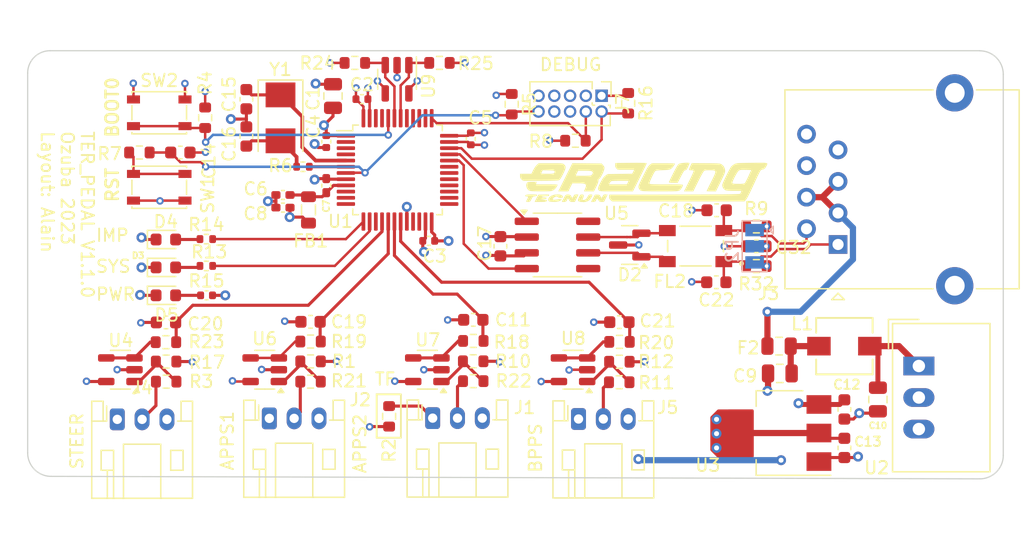
<source format=kicad_pcb>
(kicad_pcb (version 20240108) (generator "pcbnew") (generator_version "8.0")
  (layers (0 "F.Cu" signal) (1 "In1.Cu" power "GND") (2 "In2.Cu" power "PWR") (31 "B.Cu" signal) (34 "B.Paste" user) (35 "F.Paste" user) (36 "B.SilkS" user "B.Silkscreen") (37 "F.SilkS" user "F.Silkscreen") (38 "B.Mask" user) (39 "F.Mask" user) (44 "Edge.Cuts" user))
  (net 0 "")
  (net 1 "+3.3V")
  (net 2 "GND")
  (net 3 "+3.3VADC")
  (net 4 "+5V")
  (net 5 "/MICRO/NRST")
  (net 6 "/MICRO/OSC_IN")
  (net 7 "Net-(C16-Pad1)")
  (net 8 "/MICRO/STEER_ADC")
  (net 9 "/CAN/CAN+")
  (net 10 "/CAN/CAN-")
  (net 11 "Net-(D3-A)")
  (net 12 "Net-(D4-A)")
  (net 13 "Net-(D5-A)")
  (net 14 "+24V")
  (net 15 "/MICRO/SWDIO")
  (net 16 "/MICRO/SWCLK")
  (net 17 "/SENSORS/SENS_1")
  (net 18 "/SENSORS/SENS_2")
  (net 19 "/SENSORS/Brake")
  (net 20 "Net-(U8-+)")
  (net 21 "/MICRO/BOOT0")
  (net 22 "/MICRO/OSC_OUT")
  (net 23 "/MICRO/APPS_2_ADC")
  (net 24 "/MICRO/BPPS_ADC")
  (net 25 "Net-(JP2-C)")
  (net 26 "/IMP_LED")
  (net 33 "/CAN/can-")
  (net 35 "/EEPROM/SDA")
  (net 36 "/EEPROM/SCL")
  (net 44 "/CAN/CAN_RX")
  (net 45 "/CAN/CAN_TX")
  (net 52 "Net-(SW1-B)")
  (net 55 "Net-(C9-Pad1)")
  (net 56 "Net-(U2-Vin)")
  (net 59 "/MICRO/SWO")
  (net 60 "Net-(JP2-B)")
  (net 61 "Net-(JP2-A)")
  (net 62 "/CAN/can+")
  (net 63 "Net-(J1-Pin_1)")
  (net 64 "/SYS")
  (net 65 "/MICRO/APPS_1_ADC")
  (net 68 "Net-(U4--)")
  (net 69 "Net-(U7--)")
  (net 70 "Net-(U6--)")
  (net 71 "Net-(U8--)")
  (net 72 "Net-(J4-Pin_2)")
  (net 73 "Net-(U6-+)")
  (net 74 "Net-(U4-+)")
  (net 75 "Net-(U7-+)")
  (footprint "Resistor_SMD:R_0603_1608Metric" (layer "F.Cu") (at 147.2925 101.22 180)
    (property "Reference" "R10")
    (property "Value" "9.1k")
  )
  (footprint "LED_SMD:LED_0603_1608Metric" (layer "F.Cu") (at 122.5325 93.658)
    (property "Reference" "D3")
    (property "Value" "SYS")
  )
  (footprint "LED_SMD:LED_0603_1608Metric" (layer "F.Cu") (at 122.5325 95.908)
    (property "Reference" "D5")
    (property "Value" "PWR")
  )
  (footprint "Capacitor_SMD:C_0402_1005Metric" (layer "F.Cu") (at 138.33 80.1)
    (property "Reference" "C2")
    (property "Value" "100n")
  )
  (footprint "Capacitor_SMD:C_0603_1608Metric" (layer "F.Cu") (at 177.2 105.1 -90)
    (property "Reference" "C12")
    (property "Value" "10u")
  )
  (footprint "Resistor_SMD:R_0603_1608Metric" (layer "F.Cu") (at 159.06 102.9075)
    (property "Reference" "R11")
    (property "Value" "4.7k")
  )
  (footprint "Resistor_SMD:R_0402_1005Metric" (layer "F.Cu") (at 125.7925 93.5355)
    (property "Reference" "R13")
    (property "Value" "120R")
  )
  (footprint "Resistor_SMD:R_0603_1608Metric" (layer "F.Cu") (at 155.53 83.45 180)
    (property "Reference" "R8")
    (property "Value" "100k")
  )
  (footprint "Resistor_SMD:R_0603_1608Metric" (layer "F.Cu") (at 122.54 99.68)
    (property "Reference" "R23")
    (property "Value" "100")
  )
  (footprint "Capacitor_SMD:C_0402_1005Metric_Pad0.74x0.62mm_HandSolder" (layer "F.Cu") (at 131.9675 87.822 180)
    (property "Reference" "C6")
    (property "Value" "10n")
  )
  (footprint "Connector_PinHeader_1.27mm:PinHeader_2x05_P1.27mm_Vertical" (layer "F.Cu") (at 157.64 79.83 -90)
    (property "Reference" "J7")
    (property "Value" "DEBUG")
  )
  (footprint "MountingHole:MountingHole_2.2mm_M2" (layer "F.Cu") (at 165.6 99.2)
    (property "Reference" "H3" (hide yes))
    (property "Value" "MountingHole")
  )
  (footprint "Package_TO_SOT_SMD:SOT-223-3_TabPin2" (layer "F.Cu") (at 172 107 180)
    (property "Reference" "U3")
    (property "Value" "LM1117MP-3.3")
  )
  (footprint "Capacitor_SMD:C_0805_2012Metric" (layer "F.Cu") (at 172 102.2 180)
    (property "Reference" "C9")
    (property "Value" "10 µF")
  )
  (footprint "Package_SO:SOIC-8_3.9x4.9mm_P1.27mm" (layer "F.Cu") (at 154.085 91.8475)
    (property "Reference" "U5")
    (property "Value" "TCAN332")
  )
  (footprint "MountingHole:MountingHole_2.2mm_M2" (layer "F.Cu") (at 165.6 79.4)
    (property "Reference" "H4" (hide yes))
    (property "Value" "MountingHole")
  )
  (footprint "Resistor_SMD:R_0603_1608Metric" (layer "F.Cu") (at 147.3025 99.58)
    (property "Reference" "R18")
    (property "Value" "100")
  )
  (footprint "Resistor_SMD:R_0603_1608Metric" (layer "F.Cu") (at 170.11 90.3525)
    (property "Reference" "R9")
    (property "Value" "120R")
  )
  (footprint "Capacitor_SMD:C_0603_1608Metric" (layer "F.Cu") (at 129.02 80.108 90)
    (property "Reference" "C15")
    (property "Value" "10p")
  )
  (footprint "Resistor_SMD:R_0603_1608Metric" (layer "F.Cu") (at 147.2975 102.82 180)
    (property "Reference" "R22")
    (property "Value" "4.7k")
  )
  (footprint "Capacitor_SMD:C_0402_1005Metric" (layer "F.Cu") (at 125.8125 95.908)
    (property "Reference" "R15")
    (property "Value" "120R")
  )
  (footprint "Resistor_SMD:R_0603_1608Metric" (layer "F.Cu") (at 170.11 93.5525 180)
    (property "Reference" "R32")
    (property "Value" "120R")
  )
  (footprint "Resistor_SMD:R_0603_1608Metric" (layer "F.Cu") (at 137.76 77.1825)
    (property "Reference" "R24")
    (property "Value" "10k")
  )
  (footprint "Capacitor_SMD:C_0603_1608Metric" (layer "F.Cu") (at 159.07 98.0675 180)
    (property "Reference" "C21")
    (property "Value" "160n")
  )
  (footprint "Converter_DCDC:Converter_DCDC_TRACO_TSR-1_THT" (layer "F.Cu") (at 183.2 101.6 -90)
    (property "Reference" "U2")
    (property "Value" "TSR_1-2450")
  )
  (footprint "Capacitor_SMD:C_0805_2012Metric" (layer "F.Cu") (at 136 79.85 90)
    (property "Reference" "C1")
    (property "Value" "10u")
  )
  (footprint "Footprints:IND_TCK-141_TRP" (layer "F.Cu") (at 177.2 100 180)
    (property "Reference" "L1")
    (property "Value" "TCK-141")
  )
  (footprint "Inductor_SMD:L_0805_2012Metric" (layer "F.Cu") (at 134.025 89.025 -90)
    (property "Reference" "FB1")
    (property "Value" "120R")
  )
  (footprint "Capacitor_SMD:C_0402_1005Metric_Pad0.74x0.62mm_HandSolder" (layer "F.Cu") (at 131.9675 88.838 180)
    (property "Reference" "C8")
    (property "Value" "1u")
  )
  (footprint "Package_QFP:LQFP-48_7x7mm_P0.5mm" (layer "F.Cu") (at 141.2 85.8)
    (property "Reference" "U1")
    (property "Value" "STM32F103C8Tx")
  )
  (footprint "Package_TO_SOT_SMD:SOT-23" (layer "F.Cu") (at 159.91 91.8525 180)
    (property "Reference" "D2")
    (property "Value" "NUP2105L")
  )
  (footprint "Connector_JST:JST_PH_S3B-PH-K_1x03_P2.00mm_Horizontal" (layer "F.Cu") (at 144.03 105.8)
    (property "Reference" "J1")
    (property "Value" "APPS_2")
  )
  (footprint "Connector_RJ:RJ45_Ninigi_GE" (layer "F.Cu") (at 176.69 91.81 90)
    (property "Reference" "J3" (hide yes))
    (property "Value" "RJ45_Shielded")
  )
  (footprint "Capacitor_SMD:C_0805_2012Metric" (layer "F.Cu") (at 179.9 104.3 -90)
    (property "Reference" "C10")
    (property "Value" "10 µF")
  )
  (footprint "Button_Switch_SMD:SW_SPST_PTS810" (layer "F.Cu") (at 122 81.2 180)
    (property "Reference" "SW2")
    (property "Value" "BOOT0")
  )
  (footprint "Resistor_SMD:R_0402_1005Metric" (layer "F.Cu") (at 125.7925 91.3755)
    (property "Reference" "R14")
    (property "Value" "120R")
  )
  (footprint "Capacitor_SMD:C_0603_1608Metric" (layer "F.Cu") (at 147.3025 97.88 180)
    (property "Reference" "C11")
    (property "Value" "160n")
  )
  (footprint "Resistor_SMD:R_0603_1608Metric" (layer "F.Cu") (at 122.555 101.2425 180)
    (property "Reference" "R17")
    (property "Value" "9.1k")
  )
  (footprint "Capacitor_SMD:C_0603_1608Metric" (layer "F.Cu") (at 170.11 91.9525 180)
    (property "Reference" "C32")
    (property "Value" "4.7nF")
  )
  (footprint "Resistor_SMD:R_0603_1608Metric" (layer "F.Cu") (at 159.08 99.6575)
    (property "Reference" "R20")
    (property "Value" "100")
  )
  (footprint "Resistor_SMD:R_0402_1005Metric" (layer "F.Cu") (at 133.58 85.546 180)
    (property "Reference" "R6")
    (property "Value" "300R")
  )
  (footprint "Capacitor_SMD:C_0402_1005Metric_Pad0.74x0.62mm_HandSolder" (layer "F.Cu") (at 135.4565 87.07 90)
    (property "Reference" "C7")
    (property "Value" "1u")
  )
  (footprint "Capacitor_SMD:C_0603_1608Metric" (layer "F.Cu") (at 122.545 98.09 180)
    (property "Reference" "C20")
    (property "Value" "160n")
  )
  (footprint "Resistor_SMD:R_0603_1608Metric" (layer "F.Cu") (at 125.7 81.6 90)
    (property "Reference" "R4")
    (property "Value" "10k")
  )
  (footprint "Resistor_SMD:R_0603_1608Metric" (layer "F.Cu") (at 120.4 84.4)
    (property "Reference" "R7")
    (property "Value" "100R")
  )
  (footprint "Package_TO_SOT_SMD:SOT-23-5" (layer "F.Cu") (at 155.34 101.9 180)
    (property "Reference" "U8")
    (property "Value" "LM321")
  )
  (footprint "Resistor_SMD:R_0603_1608Metric" (layer "F.Cu") (at 134.19 102.86 180)
    (property "Reference" "R21")
    (property "Value" "4.7k")
  )
  (footprint "Package_TO_SOT_SMD:SOT-23-5" (layer "F.Cu") (at 130.5 101.9 180)
    (property "Reference" "U6")
    (property "Value" "LM321")
  )
  (footprint "Resistor_SMD:R_0603_1608Metric" (layer "F.Cu") (at 134.19 101.23 180)
    (property "Reference" "R1")
    (property "Value" "9.1k")
  )
  (footprint "Logo:eracingLogo" (layer "F.Cu") (at 161.035 86.8025)
    (property "Reference" "G***" (hide yes))
    (property "Value" "LOGO" (hide yes))
  )
  (footprint "Resistor_SMD:R_0603_1608Metric" (layer "F.Cu") (at 144.575 77.18 180)
    (property "Reference" "R25")
    (property "Value" "10k")
  )
  (footprint "Resistor_SMD:R_0603_1608Metric" (layer "F.Cu") (at 140.52 105.655 90)
    (property "Reference" "R2")
    (property "Value" "0R")
  )
  (footprint "Package_TO_SOT_SMD:SOT-23-5" (layer "F.Cu") (at 141.16 78.5 -90)
    (property "Reference" "U9")
    (property "Value" "AT24CS02-STUM")
  )
  (footprint "MountingHole:MountingHole_2.2mm_M2" (layer "F.Cu") (at 114.4 79.2)
    (property "Reference" "H1" (hide yes))
    (property "Value" "MountingHole")
  )
  (footprint "Capacitor_SMD:C_0603_1608Metric" (layer "F.Cu") (at 129.02 83.108 90)
    (property "Reference" "C16")
    (property "Value" "10p")
  )
  (footprint "Capacitor_SMD:C_0402_1005Metric" (layer "F.Cu") (at 135.4565 83.518 -90)
    (property "Reference" "C4")
    (property "Value" "100n")
  )
  (footprint "Capacitor_SMD:C_0603_1608Metric" (layer "F.Cu") (at 134.19 98.04 180)
    (property "Reference" "C19")
    (property "Value" "160n")
  )
  (footprint "Capacitor_SMD:C_0603_1608Metric" (layer "F.Cu") (at 166.91 89.0525)
    (property "Reference" "C18")
    (property "Value" "10p")
  )
  (footprint "Connector_JST:JST_PH_S3B-PH-K_1x03_P2.00mm_Horizontal" (layer "F.Cu") (at 118.62 105.9)
    (property "Reference" "J4")
    (property "Value" "APPS_1")
  )
  (footprint "Fuse:Fuse_0805_2012Metric" (layer "F.Cu") (at 171.9375 100)
    (property "Reference" "F2")
    (property "Value" "500ma")
  )
  (footprint "Connector_JST:JST_PH_S3B-PH-K_1x03_P2.00mm_Horizontal" (layer "F.Cu") (at 155.78 105.87)
    (property "Reference" "J5")
    (property "Value" "BPPS_1")
  )
  (footprint "Capacitor_SMD:C_0402_1005Metric" (layer "F.Cu") (at 147.1 83.3 -90)
    (property "Reference" "C5")
    (property "Value" "100n")
  )
  (footprint "Resistor_SMD:R_0603_1608Metric" (layer "F.Cu") (at 150.4 80.51 -90)
    (property "Reference" "R5")
    (property "Value" "100k")
  )
  (footprint "Capacitor_SMD:C_0603_1608Metric" (layer "F.Cu") (at 149.485 91.9525 -90)
    (property "Reference" "C17")
    (property "Value" "100n")
  )
  (footprint "MountingHole:MountingHole_2.2mm_M2" (layer "F.Cu") (at 114.32 99.34)
    (property "Reference" "H2" (hide yes))
    (property "Value" "MountingHole")
  )
  (footprint "Button_Switch_SMD:SW_SPST_PTS810" (layer "F.Cu") (at 122 87.2 180)
    (property "Reference" "SW1")
    (property "Value" "RST")
  )
  (footprint "Crystal:Crystal_SMD_5032-2Pin_5.0x3.2mm" (layer "F.Cu") (at 131.77 81.608 -90)
    (property "Reference" "Y1")
    (property "Value" "8mHz")
  )
  (footprint "Resistor_SMD:R_0603_1608Metric" (layer "F.Cu") (at 134.19 99.63)
    (property "Reference" "R19")
    (property "Value" "100")
  )
  (footprint "Resistor_SMD:R_0603_1608Metric" (layer "F.Cu") (at 159.78 80.43 -90)
    (property "Reference" "R16")
    (property "Value" "100k")
  )
  (footprint "LED_SMD:LED_0603_1608Metric" (layer "F.Cu") (at 122.5325 91.408)
    (property "Reference" "D4")
    (property "Value" "IMP")
  )
  (footprint "Capacitor_SMD:C_0603_1608Metric" (layer "F.Cu") (at 166.885 94.8525 180)
    (property "Reference" "C22")
    (property "Value" "10p")
  )
  (footprint "Resistor_SMD:R_0603_1608Metric" (layer "F.Cu") (at 122.56 102.86 180)
    (property "Reference" "R3")
    (property "Value" "4.7k")
  )
  (footprint "Package_TO_SOT_SMD:SOT-23-5" (layer "F.Cu") (at 143.6 101.9 180)
    (property "Reference" "U7")
    (property "Value" "LM321")
  )
  (footprint "Connector_JST:JST_PH_S3B-PH-K_1x03_P2.00mm_Horizontal" (layer "F.Cu") (at 130.87 105.82)
    (property "Reference" "J2")
    (property "Value" "APPS_1")
  )
  (footprint "Capacitor_SMD:C_0603_1608Metric" (layer "F.Cu") (at 177.2 108.2 -90)
    (property "Reference" "C13")
    (property "Value" "10u")
  )
  (footprint "Package_TO_SOT_SMD:SOT-23-5" (layer "F.Cu") (at 118.87 101.9 180)
    (property "Reference" "U4")
    (property "Value" "LM321")
  )
  (footprint "Capacitor_SMD:C_0603_1608Metric" (layer "F.Cu") (at 123.7 84.4)
    (property "Reference" "C14")
    (property "Value" "100n")
  )
  (footprint "Resistor_SMD:R_0603_1608Metric" (layer "F.Cu") (at 159.07 101.2575)
    (property "Reference" "R12")
    (property "Value" "9.1k")
  )
  (footprint "Capacitor_SMD:C_0402_1005Metric" (layer "F.Cu") (at 143.7115 91.519 180)
    (property "Reference" "C3")
    (property "Value" "100n")
  )
  (footprint "ACT45B-510-2P-TL003:FIL_ACT45B-510-2P-TL003" (layer "F.Cu") (at 165.21 91.94 180)
    (property "Reference" "FL2")
    (property "Value" "ACT45B-510-2P-TL003")
  )
  (footprint "Jumper:SolderJumper-3_P1.3mm_Open_Pad1.0x1.5mm" (layer "B.Cu") (at 169.9675 91.9525 -90)
    (property "Reference" "JP2")
    (property "Value" "SolderJumper_3_Open")
  )
  (gr_rect (start 139.52 103.88) (end 141.47 107.38) (stroke (width 0.15)) (fill none) (layer "F.SilkS"))
  (gr_line (start 111.4 78) (end 111.4 108.6) (stroke (width 0.1)) (layer "Edge.Cuts"))
  (gr_arc (start 111.4 78) (mid 111.927208 76.727208) (end 113.2 76.2) (stroke (width 0.1)) (layer "Edge.Cuts"))
  (gr_line (start 113.2 76.2) (end 188.107912 76.2) (stroke (width 0.1)) (layer "Edge.Cuts"))
  (gr_line (start 188.107912 110.692088) (end 113.292088 110.492088) (stroke (width 0.1)) (layer "Edge.Cuts"))
  (gr_line (start 190 78.1) (end 190 108.8) (stroke (width 0.1)) (layer "Edge.Cuts"))
  (gr_arc (start 113.292088 110.492088) (mid 111.95418 109.937908) (end 111.4 108.6) (stroke (width 0.1)) (layer "Edge.Cuts"))
  (gr_arc (start 190 108.8) (mid 189.44582 110.137908) (end 188.107912 110.692088) (stroke (width 0.1)) (layer "Edge.Cuts"))
  (gr_arc (start 188.107912 76.207912) (mid 189.44581 76.762096) (end 190 78.1) (stroke (width 0.1)) (layer "Edge.Cuts"))
  (gr_text "PWR\n" (at 116.82 96.408 0) (layer "F.SilkS") (effects (font (size 1 1)) (justify left bottom)))
  (gr_text "IMP" (at 116.82 91.658 0) (layer "F.SilkS") (effects (font (size 1 1)) (justify left bottom)))
  (gr_text "SYS" (at 116.82 94.158 0) (layer "F.SilkS") (effects (font (size 1 1)) (justify left bottom)))
  (gr_text "APPS1" (at 128.07 110.1 90) (layer "F.SilkS") (effects (font (size 1 1)) (justify left bottom)))
  (gr_text "STEER" (at 115.95 110.01 90) (layer "F.SilkS") (effects (font (size 1 1)) (justify left bottom)))
  (gr_text "TF" (at 139.29 103.24 0) (layer "F.SilkS") (effects (font (size 1 1)) (justify left bottom)))
  (gr_text "TER_PEDAL V1.1.0\nOzuba 2023\nLayout: Alain" (at 112.4 82.6 270) (layer "F.SilkS") (effects (font (size 1 1)) (justify left bottom)))
  (gr_text "APPS2" (at 138.75 110.33 90) (layer "F.SilkS") (effects (font (size 1 1)) (justify left bottom)))
  (gr_text "BPPS" (at 152.9 110.28 90) (layer "F.SilkS") (effects (font (size 1 1)) (justify left bottom)))
  (gr_text "BOOT0" (at 118.8 83.3 90) (layer "F.SilkS") (effects (font (size 1 1) (thickness 0.2) (bold yes)) (justify left bottom)))
  (gr_text "RST" (at 118.8 88.5 90) (layer "F.SilkS") (effects (font (size 1 1) (thickness 0.2) (bold yes)) (justify left bottom)))
  (gr_text "DEBUG\n" (at 152.57 77.9 0) (layer "F.SilkS") (effects (font (size 1 1)) (justify left bottom)))
  (segment (start 144.1915 91.0415) (end 143.95 90.8) (width 0.25) (layer "F.Cu") (net 1))
  (segment (start 137.85 79.21) (end 137.86 79.2) (width 0.2) (layer "F.Cu") (net 1))
  (segment (start 124.075 78.845) (end 124.07 78.84) (width 0.2) (layer "F.Cu") (net 1))
  (segment (start 149.265 79.685) (end 149.16 79.79) (width 0.2) (layer "F.Cu") (net 1))
  (segment (start 129.3625 102.85) (end 127.95 102.85) (width 0.2) (layer "F.Cu") (net 1))
  (segment (start 159.555 79.83) (end 159.78 79.605) (width 0.2) (layer "F.Cu") (net 1))
  (segment (start 137.85 80.1) (end 138.45 80.7) (width 0.2) (layer "F.Cu") (net 1))
  (segment (start 116.16 102.85) (end 116.14 102.83) (width 0.25) (layer "F.Cu") (net 1))
  (segment (start 135.4565 83.038) (end 137.0255 83.038) (width 0.25) (layer "F.Cu") (net 1))
  (segment (start 141.01 102.85) (end 140.98 102.82) (width 0.25) (layer "F.Cu") (net 1))
  (segment (start 149.15 79.79) (end 149.15 79.8) (width 0.2) (layer "F.Cu") (net 1))
  (segment (start 142.4625 102.85) (end 141.01 102.85) (width 0.25) (layer "F.Cu") (net 1))
  (segment (start 132.535 89.5775) (end 132.5075 89.605) (width 0.25) (layer "F.Cu") (net 1))
  (segment (start 135.4565 83.038) (end 135.4565 82.3945) (width 0.25) (layer "F.Cu") (net 1))
  (segment (start 149.4475 92.69) (end 149.485 92.7275) (width 0.25) (layer "F.Cu") (net 1))
  (segment (start 145.3625 83.05) (end 146.87 83.05) (width 0.2) (layer "F.Cu") (net 1))
  (segment (start 138.45 80.7) (end 138.45 81.6375) (width 0.2) (layer "F.Cu") (net 1))
  (segment (start 132.5075 89.605) (end 133.5425 89.605) (width 0.25) (layer "F.Cu") (net 1))
  (segment (start 151.365 92.7275) (end 151.61 92.4825) (width 0.25) (layer "F.Cu") (net 1))
  (segment (start 140.21 79.27) (end 140.21 79.64) (width 0.2) (layer "F.Cu") (net 1))
  (segment (start 136.935 77.1825) (end 135.7525 77.1825) (width 0.2) (layer "F.Cu") (net 1))
  (segment (start 147.1 82.82) (end 148.18 82.82) (width 0.2) (layer "F.Cu") (net 1))
  (segment (start 117.7325 102.85) (end 116.16 102.85) (width 0.25) (layer "F.Cu") (net 1))
  (segment (start 145.4 77.18) (end 146.63 77.18) (width 0.2) (layer "F.Cu") (net 1))
  (segment (start 150.4 79.685) (end 149.265 79.685) (width 0.2) (layer "F.Cu") (net 1))
  (segment (start 137.85 80.1) (end 137.85 79.21) (width 0.2) (layer "F.Cu") (net 1))
  (segment (start 135.4565 82.3945) (end 135.27 82.208) (width 0.25) (layer "F.Cu") (net 1))
  (segment (start 136 80.8) (end 136 81.478) (width 0.25) (layer "F.Cu") (net 1))
  (segment (start 146.87 83.05) (end 147.1 82.82) (width 0.2) (layer "F.Cu") (net 1))
  (segment (start 119.925 80.125) (end 119.925 78.835) (width 0.2) (layer "F.Cu") (net 1))
  (segment (start 175.575 107.425) (end 175.15 107) (width 0.25) (layer "F.Cu") (net 1))
  (segment (start 124.075 80.125) (end 124.075 78.845) (width 0.2) (layer "F.Cu") (net 1))
  (segment (start 157.64 79.83) (end 159.555 79.83) (width 0.2) (layer "F.Cu") (net 1))
  (segment (start 143.95 90.8) (end 143.95 89.9625) (width 0.25) (layer "F.Cu") (net 1))
  (segment (start 149.16 79.79) (end 149.15 79.79) (width 0.2) (layer "F.Cu") (net 1))
  (segment (start 148.18 82.82) (end 148.2 82.8) (width 0.2) (layer "F.Cu") (net 1))
  (segment (start 127.95 102.85) (end 127.9 102.8) (width 0.2) (layer "F.Cu") (net 1))
  (segment (start 154.2025 102.85) (end 152.77 102.85) (width 0.25) (layer "F.Cu") (net 1))
  (segment (start 145.309 91.519) (end 144.1915 91.519) (width 0.25) (layer "F.Cu") (net 1))
  (segment (start 126.2925 95.908) (end 127.32 95.908) (width 0.25) (layer "F.Cu") (net 1))
  (segment (start 139.58 78.64) (end 140.21 79.27) (width 0.2) (layer "F.Cu") (net 1))
  (segment (start 135.7525 77.1825) (end 135.75 77.18) (width 0.2) (layer "F.Cu") (net 1))
  (segment (start 145.31 91.52) (end 145.309 91.519) (width 0.25) (layer "F.Cu") (net 1))
  (segment (start 119.925 78.835) (end 119.91 78.82) (width 0.2) (layer "F.Cu") (net 1))
  (segment (start 168.85 107) (end 175.15 107) (width 0.5) (layer "F.Cu") (net 1))
  (segment (start 148.32 92.69) (end 149.4475 92.69) (width 0.25) (layer "F.Cu") (net 1))
  (segment (start 137.0255 83.038) (end 137.0375 83.05) (width 0.25) (layer "F.Cu") (net 1))
  (segment (start 177.2 107.425) (end 175.575 107.425) (width 0.25) (layer "F.Cu") (net 1))
  (segment (start 149.485 92.7275) (end 151.365 92.7275) (width 0.25) (layer "F.Cu") (net 1))
  (segment (start 149.15 79.8) (end 149.14 79.81) (width 0.2) (layer "F.Cu") (net 1))
  (segment (start 132.535 88.838) (end 132.535 89.5775) (width 0.25) (layer "F.Cu") (net 1))
  (segment (start 136 81.478) (end 135.27 82.208) (width 0.25) (layer "F.Cu") (net 1))
  (segment (start 144.1915 91.519) (end 144.1915 91.0415) (width 0.25) (layer "F.Cu") (net 1))
  (segment (start 133.5425 89.605) (end 134.025 90.0875) (width 0.25) (layer "F.Cu") (net 1))
  (via (at 132.5075 89.605) (size 0.8) (drill 0.4) (layers "F.Cu" "B.Cu") (net 1))
  (via (at 166.9 107.05) (size 0.8) (drill 0.4) (layers "F.Cu" "B.Cu") (net 1))
  (via (at 148.32 92.69) (size 0.6) (drill 0.3) (layers "F.Cu" "B.Cu") (net 1))
  (via (at 127.32 95.908) (size 0.8) (drill 0.4) (layers "F.Cu" "B.Cu") (net 1))
  (via (at 148.2 82.8) (size 0.6) (drill 0.3) (layers "F.Cu" "B.Cu") (net 1))
  (via (at 135.75 77.18) (size 0.6) (drill 0.3) (layers "F.Cu" "B.Cu") (net 1))
  (via (at 116.14 102.83) (size 0.6) (drill 0.3) (layers "F.Cu" "B.Cu") (net 1))
  (via (at 137.86 79.2) (size 0.6) (drill 0.3) (layers "F.Cu" "B.Cu") (net 1))
  (via (at 149.15 79.79) (size 0.6) (drill 0.3) (layers "F.Cu" "B.Cu") (net 1))
  (via (at 166.9 105.9) (size 0.8) (drill 0.4) (layers "F.Cu" "B.Cu") (net 1))
  (via (at 124.07 78.84) (size 0.6) (drill 0.3) (layers "F.Cu" "B.Cu") (net 1))
  (via (at 146.63 77.18) (size 0.6) (drill 0.3) (layers "F.Cu" "B.Cu") (net 1))
  (via (at 166.9 108.2) (size 0.8) (drill 0.4) (layers "F.Cu" "B.Cu") (net 1))
  (via (at 145.31 91.52) (size 0.8) (drill 0.4) (layers "F.Cu" "B.Cu") (net 1))
  (via (at 139.58 78.64) (size 0.6) (drill 0.3) (layers "F.Cu" "B.Cu") (net 1))
  (via (at 135.27 82.208) (size 0.8) (drill 0.4) (layers "F.Cu" "B.Cu") (net 1))
  (via (at 140.98 102.82) (size 0.6) (drill 0.3) (layers "F.Cu" "B.Cu") (net 1))
  (via (at 119.91 78.82) (size 0.6) (drill 0.3) (layers "F.Cu" "B.Cu") (net 1))
  (via (at 152.77 102.85) (size 0.6) (drill 0.3) (layers "F.Cu" "B.Cu") (net 1))
  (via (at 127.9 102.8) (size 0.6) (drill 0.3) (layers "F.Cu" "B.Cu") (net 1))
  (segment (start 166.1325 89.05) (end 166.135 89.0525) (width 0.2) (layer "F.Cu") (net 2))
  (segment (start 131.4 88.325) (end 130.7575 88.325) (width 0.25) (layer "F.Cu") (net 2))
  (segment (start 143.2315 91.519) (end 143.45 91.3005) (width 0.25) (layer "F.Cu") (net 2))
  (segment (start 155.04 101.9) (end 155.02 101.92) (width 0.2) (layer "F.Cu") (net 2))
  (segment (start 135.4565 86.5025) (end 134.601 86.5025) (width 0.25) (layer "F.Cu") (net 2))
  (segment (start 123.38 101.2425) (end 124.6325 101.2425) (width 0.25) (layer "F.Cu") (net 2))
  (segment (start 175.475 108.975) (end 175.15 109.3) (width 0.25) (layer "F.Cu") (net 2))
  (segment (start 151.575 91.1775) (end 151.61 91.2125) (width 0.25) (layer "F.Cu") (net 2))
  (segment (start 177.2 108.975) (end 175.475 108.975) (width 0.25) (layer "F.Cu") (net 2))
  (segment (start 125.7 80.775) (end 125.7 79.48) (width 0.2) (layer "F.Cu") (net 2))
  (segment (start 135.4565 86.5025) (end 135.504 86.55) (width 0.25) (layer "F.Cu") (net 2))
  (segment (start 118.62 101.9) (end 118.61 101.89) (width 0.25) (layer "F.Cu") (net 2))
  (segment (start 121.77 98.09) (end 120.55 98.09) (width 0.25) (layer "F.Cu") (net 2))
  (segment (start 161.0925 101.2575) (end 161.1 101.25) (width 0.25) (layer "F.Cu") (net 2))
  (segment (start 141.95 88.776761) (end 141.947291 88.774052) (width 0.25) (layer "F.Cu") (net 2))
  (segment (start 178.4 105.4) (end 179.75 105.4) (width 0.25) (layer "F.Cu") (net 2))
  (segment (start 159.895 101.2575) (end 161.0925 101.2575) (width 0.25) (layer "F.Cu") (net 2))
  (segment (start 136 78.9) (end 134.65 78.9) (width 0.25) (layer "F.Cu") (net 2))
  (segment (start 149.485 91.1775) (end 151.575 91.1775) (width 0.25) (layer "F.Cu") (net 2))
  (segment (start 122.06 88.3) (end 122.035 88.275) (width 0.2) (layer "F.Cu") (net 2))
  (segment (start 133.415 98.04) (end 132.16 98.04) (width 0.25) (layer "F.Cu") (net 2))
  (segment (start 122.035 88.275) (end 119.925 88.275) (width 0.2) (layer "F.Cu") (net 2))
  (segment (start 171.05 103.55) (end 171 103.6) (width 0.5) (layer "F.Cu") (net 2))
  (segment (start 142.11 79.64) (end 142.11 79.31) (width 0.2) (layer "F.Cu") (net 2))
  (segment (start 149.4775 91.17) (end 149.485 91.1775) (width 0.25) (layer "F.Cu") (net 2))
  (segment (start 146.87 83.55) (end 147.1 83.78) (width 0.2) (layer "F.Cu") (net 2))
  (segment (start 177.2 105.875) (end 177.925 105.875) (width 0.25) (layer "F.Cu") (net 2))
  (segment (start 148.32 91.17) (end 149.4775 91.17) (width 0.25) (layer "F.Cu") (net 2))
  (segment (start 136.28 101.23) (end 136.29 101.22) (width 0.25) (layer "F.Cu") (net 2))
  (segment (start 148.1175 101.22) (end 149.35 101.22) (width 0.25) (layer "F.Cu") (net 2))
  (segment (start 149.35 101.22) (end 149.41 101.28) (width 0.25) (layer "F.Cu") (net 2))
  (segment (start 134.81 83.998) (end 134.52 83.708) (width 0.25) (layer "F.Cu") (net 2))
  (segment (start 148.18 83.78) (end 148.2 83.8) (width 0.2) (layer "F.Cu") (net 2))
  (segment (start 131.6375 101.9) (end 130.27 101.9) (width 0.25) (layer "F.Cu") (net 2))
  (segment (start 160.625 91.8525) (end 160.635 91.8425) (width 0.25) (layer "F.Cu") (net 2))
  (segment (start 164.92 89.05) (end 166.1325 89.05) (width 0.2) (layer "F.Cu") (net 2))
  (segment (start 138.81 80.1) (end 138.81 79.21) (width 0.2) (layer "F.Cu") (net 2))
  (segment (start 145.3625 83.55) (end 146.87 83.55) (width 0.2) (layer "F.Cu") (net 2))
  (segment (start 171.05 102.2) (end 171.05 103.55) (width 0.5) (layer "F.Cu") (net 2))
  (segment (start 177.925 105.875) (end 178.4 105.4) (width 0.25) (layer "F.Cu") (net 2))
  (segment (start 121.745 91.408) (end 120.73 91.408) (width 0.25) (layer "F.Cu") (net 2))
  (segment (start 141.16 78.37) (end 141.16 77.365) (width 0.2) (layer "F.Cu") (net 2))
  (segment (start 144.7375 101.9) (end 143.32 101.9) (width 0.25) (layer "F.Cu") (net 2))
  (segment (start 129.02 81.708) (end 129.02 82.333) (width 0.25) (layer "F.Cu") (net 2))
  (segment (start 158.295 98.0675) (end 157.0125 98.0675) (width 0.25) (layer "F.Cu") (net 2))
  (segment (start 157.0125 98.0675) (end 157.01 98.07) (width 0.25) (layer "F.Cu") (net 2))
  (segment (start 143.2315 92.306902) (end 143.326299 92.401701) (width 0.25) (layer "F.Cu") (net 2))
  (segment (start 121.745 93.658) (end 120.57 93.658) (width 0.25) (layer "F.Cu") (net 2))
  (segment (start 132.16 98.04) (end 132.11 97.99) (width 0.25) (layer "F.Cu") (net 2))
  (segment (start 141.95 89.9625) (end 141.95 88.776761) (width 0.25) (layer "F.Cu") (net 2))
  (segment (start 154.705 83.45) (end 153.48 83.45) (width 0.2) (layer "F.Cu") (net 2))
  (segment (start 131.4 88.838) (end 131.4 88.325) (width 0.25) (layer "F.Cu") (net 2))
  (segment (start 142.11 79.31) (end 142.79 78.63) (width 0.2) (layer "F.Cu") (net 2))
  (segment (start 135.4565 83.998) (end 134.81 83.998) (width 0.25) (layer "F.Cu") (net 2))
  (segment (start 129.02 81.708) (end 127.77 81.708) (width 0.25) (layer "F.Cu") (net 2))
  (segment (start 177.2 108.975) (end 178.225 108.975) (width 0.25) (layer "F.Cu") (net 2))
  (segment (start 122.06 88.3) (end 122.085 88.275) (width 0.2) (layer "F.Cu") (net 2))
  (segment (start 146.5275 97.88) (end 145.25 97.88) (width 0.25) (layer "F.Cu") (net 2))
  (segment (start 166.0775 94.82) (end 166.11 94.8525) (width 0.2) (layer "F.Cu") (net 2))
  (segment (start 138.95 80.24) (end 138.95 81.6375) (width 0.2) (layer "F.Cu") (net 2))
  (segment (start 145.25 97.88) (end 145.24 97.89) (width 0.25) (layer "F.Cu") (net 2))
  (segment (start 124.6325 101.2425) (end 124.66 101.27) (width 0.25) (layer "F.Cu") (net 2))
  (segment (start 169.335 91.9525) (end 167.5275 91.9525) (width 0.2) (layer "F.Cu") (net 2))
  (segment (start 178.225 108.975) (end 178.3 108.9) (width 0.25) (layer "F.Cu") (net 2))
  (segment (start 135.504 86.55) (end 137.0375 86.55) (width 0.25) (layer "F.Cu") (net 2))
  (segment (start 156.4775 101.9) (end 155.04 101.9) (width 0.2) (layer "F.Cu") (net 2))
  (segment (start 120.498 95.908) (end 121.745 95.908) (width 0.25) (layer "F.Cu") (net 2))
  (segment (start 120.0075 101.9) (end 118.62 101.9) (width 0.25) (layer "F.Cu") (net 2))
  (segment (start 125.71 84.4) (end 125.73 84.38) (width 0.2) (layer "F.Cu") (net 2))
  (segment (start 134.65 78.9) (end 134.6 78.85) (width 0.25) (layer "F.Cu") (net 2))
  (segment (start 122.085 88.275) (end 124.075 88.275) (width 0.2) (layer "F.Cu") (net 2))
  (segment (start 120.46 95.87) (end 120.498 95.908) (width 0.25) (layer "F.Cu") (net 2))
  (segment (start 164.9 94.82) (end 166.0775 94.82) (width 0.2) (layer "F.Cu") (net 2))
  (segment (start 143.45 91.3005) (end 143.45 89.9625) (width 0.25) (layer "F.Cu") (net 2))
  (segment (start 130.27 101.9) (end 130.25 101.88) (width 0.25) (layer "F.Cu") (net 2))
  (segment (start 179.75 105.4) (end 179.9 105.25) (width 0.25) (layer "F.Cu") (net 2))
  (segment (start 143.2315 91.519) (end 143.2315 92.306902) (width 0.25) (layer "F.Cu") (net 2))
  (segment (start 131.4 88.325) (end 131.4 87.822) (width 0.25) (layer "F.Cu") (net 2))
  (segment (start 134.601 86.5025) (end 134.52 86.5835) (width 0.25) (layer "F.Cu") (net 2))
  (segment (start 158.9725 91.8525) (end 160.625 91.8525) (width 0.25) (layer "F.Cu") (net 2))
  (segment (start 147.1 83.78) (end 148.18 83.78) (width 0.2) (layer "F.Cu") (net 2))
  (segment (start 124.475 84.4) (end 125.71 84.4) (width 0.2) (layer "F.Cu") (net 2))
  (segment (start 129.02 80.883) (end 129.02 81.708) (width 0.25) (layer "F.Cu") (net 2))
  (segment (start 167.5275 91.9525) (end 167.52 91.96) (width 0.2) (layer "F.Cu") (net 2))
  (segment (start 120.55 98.09) (end 120.52 98.12) (width 0.25) (layer "F.Cu") (net 2))
  (segment (start 120.73 91.408) (end 120.57 91.248) (width 0.25) (layer "F.Cu") (net 2))
  (segment (start 153.48 83.45) (end 153.45 83.42) (width 0.2) (layer "F.Cu") (net 2))
  (segment (start 138.81 80.1) (end 138.95 80.24) (width 0.2) (layer "F.Cu") (net 2))
  (segment (start 142.211854 79.538146) (end 142.11 79.64) (width 0.2) (layer "F.Cu") (net 2))
  (segment (start 135.015 101.23) (end 136.28 101.23) (width 0.25) (layer "F.Cu") (net 2))
  (via (at 171 103.6) (size 0.8) (drill 0.4) (layers "F.Cu" "B.Cu") (net 2))
  (via (at 125.7 79.48) (size 0.6) (drill 0.3) (layers "F.Cu" "B.Cu") (net 2))
  (via (at 127.77 81.708) (size 0.8) (drill 0.4) (layers "F.Cu" "B.Cu") (net 2))
  (via (at 122.06 88.3) (size 0.6) (drill 0.3) (layers "F.Cu" "B.Cu") (net 2))
  (via (at 118.61 101.89) (size 0.6) (drill 0.3) (layers "F.Cu" "B.Cu") (net 2))
  (via (at 132.11 97.99) (size 0.6) (drill 0.3) (layers "F.Cu" "B.Cu") (net 2))
  (via (at 178.4 105.4) (size 0.8) (drill 0.4) (layers "F.Cu" "B.Cu") (net 2))
  (via (at 160.635 91.8425) (size 0.6) (drill 0.3) (layers "F.Cu" "B.Cu") (net 2))
  (via (at 155.02 101.92) (size 0.6) (drill 0.3) (layers "F.Cu" "B.Cu") (net 2))
  (via (at 148.2 83.8) (size 0.6) (drill 0.3) (layers "F.Cu" "B.Cu") (net 2))
  (via (at 120.57 91.248) (size 0.8) (drill 0.4) (layers "F.Cu" "B.Cu") (net 2))
  (via (at 178.3 108.9) (size 0.8) (drill 0.4) (layers "F.Cu" "B.Cu") (net 2))
  (via (at 164.9 94.82) (size 0.6) (drill 0.3) (layers "F.Cu" "B.Cu") (net 2))
  (via (at 145.24 97.89) (size 0.6) (drill 0.3) (layers "F.Cu" "B.Cu") (net 2))
  (via (at 143.32 101.9) (size 0.6) (drill 0.3) (layers "F.Cu" "B.Cu") (net 2))
  (via (at 161.1 101.25) (size 0.6) (drill 0.3) (layers "F.Cu" "B.Cu") (net 2))
  (via (at 134.52 86.5835) (size 0.8) (drill 0.4) (layers "F.Cu" "B.Cu") (net 2))
  (via (at 120.46 95.87) (size 0.8) (drill 0.4) (layers "F.Cu" "B.Cu") (net 2))
  (via (at 167.52 91.96) (size 0.6) (drill 0.3) (layers "F.Cu" "B.Cu") (net 2))
  (via (at 120.52 98.12) (size 0.6) (drill 0.3) (layers "F.Cu" "B.Cu") (net 2))
  (via (at 148.32 91.17) (size 0.6) (drill 0.3) (layers "F.Cu" "B.Cu") (net 2))
  (via (at 134.6 78.85) (size 0.8) (drill 0.4) (layers "F.Cu" "B.Cu") (net 2))
  (via (at 120.57 93.658) (size 0.8) (drill 0.4) (layers "F.Cu" "B.Cu") (net 2))
  (via (at 124.66 101.27) (size 0.6) (drill 0.3) (layers "F.Cu" "B.Cu") (net 2))
  (via (at 143.326299 92.401701) (size 0.8) (drill 0.4) (layers "F.Cu" "B.Cu") (net 2))
  (via (at 153.45 83.42) (size 0.6) (drill 0.3) (layers "F.Cu" "B.Cu") (net 2))
  (via (at 136.29 101.22) (size 0.6) (drill 0.3) (layers "F.Cu" "B.Cu") (net 2))
  (via (at 157.01 98.07) (size 0.6) (drill 0.3) (layers "F.Cu" "B.Cu") (net 2))
  (via (at 141.16 78.37) (size 0.6) (drill 0.3) (layers "F.Cu" "B.Cu") (net 2))
  (via (at 141.947291 88.774052) (size 0.8) (drill 0.4) (layers "F.Cu" "B.Cu") (net 2))
  (via (at 134.52 83.708) (size 0.8) (drill 0.4) (layers "F.Cu" "B.Cu") (net 2))
  (via (at 142.79 78.63) (size 0.6) (drill 0.3) (layers "F.Cu" "B.Cu") (net 2))
  (via (at 130.7575 88.325) (size 0.8) (drill 0.4) (layers "F.Cu" "B.Cu") (net 2))
  (via (at 138.81 79.21) (size 0.6) (drill 0.3) (layers "F.Cu" "B.Cu") (net 2))
  (via (at 130.25 101.88) (size 0.6) (drill 0.3) (layers "F.Cu" "B.Cu") (net 2))
  (via (at 125.73 84.38) (size 0.6) (drill 0.3) (layers "F.Cu" "B.Cu") (net 2))
  (via (at 164.92 89.05) (size 0.6) (drill 0.3) (layers "F.Cu" "B.Cu") (net 2))
  (via (at 149.41 101.28) (size 0.6) (drill 0.3) (layers "F.Cu" "B.Cu") (net 2))
  (segment (start 135.1315 87.9625) (end 135.4565 87.6375) (width 0.25) (layer "F.Cu") (net 3))
  (segment (start 137.0375 87.05) (end 136.044 87.05) (width 0.25) (layer "F.Cu") (net 3))
  (segment (start 133.8845 87.822) (end 134.025 87.9625) (width 0.25) (layer "F.Cu") (net 3))
  (segment (start 132.535 87.822) (end 133.8845 87.822) (width 0.25) (layer "F.Cu") (net 3))
  (segment (start 134.025 87.9625) (end 135.1315 87.9625) (width 0.25) (layer "F.Cu") (net 3))
  (segment (start 136.044 87.05) (end 135.4565 87.6375) (width 0.25) (layer "F.Cu") (net 3))
  (segment (start 173.6 104.7) (end 173.5 104.6) (width 0.4) (layer "F.Cu") (net 4))
  (segment (start 175.15 104.7) (end 173.6 104.7) (width 0.4) (layer "F.Cu") (net 4))
  (segment (start 140.52 106.48) (end 138.97 106.48) (width 0.25) (layer "F.Cu") (net 4))
  (segment (start 138.97 106.48) (end 138.95 106.5) (width 0.25) (layer "F.Cu") (net 4))
  (segment (start 175.15 104.7) (end 176.825 104.7) (width 0.4) (layer "F.Cu") (net 4))
  (segment (start 176.825 104.7) (end 177.2 104.325) (width 0.4) (layer "F.Cu") (net 4))
  (via (at 173.5 104.6) (size 0.8) (drill 0.4) (layers "F.Cu" "B.Cu") (net 4))
  (via (at 138.95 106.5) (size 0.6) (drill 0.3) (layers "F.Cu" "B.Cu") (net 4))
  (via (at 160.6 109.1) (size 0.8) (drill 0.4) (layers "F.Cu" "B.Cu") (net 4))
  (via (at 172.1 109.19) (size 0.8) (drill 0.4) (layers "F.Cu" "B.Cu") (net 4))
  (segment (start 172.1 109.19) (end 160.69 109.19) (width 0.5) (layer "B.Cu") (net 4))
  (segment (start 160.69 109.19) (end 160.6 109.1) (width 0.5) (layer "B.Cu") (net 4))
  (segment (start 152.56 81.1) (end 150.635 81.1) (width 0.2) (layer "F.Cu") (net 5))
  (segment (start 137.0575 86.03) (end 137.0375 86.05) (width 0.2) (layer "F.Cu") (net 5))
  (segment (start 122.925 84.4) (end 123.7 85.175) (width 0.2) (layer "F.Cu") (net 5))
  (segment (start 149.1 81.4) (end 150.335 81.4) (width 0.2) (layer "F.Cu") (net 5))
  (segment (start 150.635 81.1) (end 150.4 81.335) (width 0.2) (layer "F.Cu") (net 5))
  (segment (start 122.925 84.4) (end 121.225 84.4) (width 0.2) (layer "F.Cu") (net 5))
  (segment (start 125.365 85.175) (end 125.74 85.55) (width 0.2) (layer "F.Cu") (net 5))
  (segment (start 138.58 86.03) (end 137.0575 86.03) (width 0.2) (layer "F.Cu") (net 5))
  (segment (start 150.335 81.4) (end 150.4 81.335) (width 0.2) (layer "F.Cu") (net 5))
  (segment (start 123.7 85.175) (end 125.365 85.175) (width 0.2) (layer "F.Cu") (net 5))
  (via (at 149.1 81.4) (size 0.6) (drill 0.3) (layers "F.Cu" "B.Cu") (net 5))
  (via (at 125.74 85.55) (size 0.6) (drill 0.3) (layers "F.Cu" "B.Cu") (net 5))
  (via (at 138.58 86.03) (size 0.6) (drill 0.3) (layers "F.Cu" "B.Cu") (net 5))
  (segment (start 143.21 81.4) (end 149.1 81.4) (width 0.2) (layer "B.Cu") (net 5))
  (segment (start 138.58 86.03) (end 143.21 81.4) (width 0.2) (layer "B.Cu") (net 5))
  (segment (start 138.1 85.55) (end 125.74 85.55) (width 0.2) (layer "B.Cu") (net 5))
  (segment (start 138.58 86.03) (end 138.1 85.55) (width 0.2) (layer "B.Cu") (net 5))
  (segment (start 134.599893 85.05) (end 133.52 83.970107) (width 0.3) (layer "F.Cu") (net 6))
  (segment (start 133.52 81.508) (end 131.77 79.758) (width 0.3) (layer "F.Cu") (net 6))
  (segment (start 133.52 83.970107) (end 133.52 81.508) (width 0.3) (layer "F.Cu") (net 6))
  (segment (start 137.0375 85.05) (end 134.599893 85.05) (width 0.3) (layer "F.Cu") (net 6))
  (segment (start 129.445 79.758) (end 131.77 79.758) (width 0.25) (layer "F.Cu") (net 6))
  (segment (start 129.02 79.333) (end 129.445 79.758) (width 0.25) (layer "F.Cu") (net 6))
  (segment (start 129.445 83.458) (end 131.77 83.458) (width 0.25) (layer "F.Cu") (net 7))
  (segment (start 129.02 83.883) (end 129.445 83.458) (width 0.25) (layer "F.Cu") (net 7))
  (segment (start 133.07 84.758) (end 131.77 83.458) (width 0.3) (layer "F.Cu") (net 7))
  (segment (start 133.07 85.546) (end 133.07 84.758) (width 0.3) (layer "F.Cu") (net 7))
  (segment (start 123.365 99.68) (end 123.365 98.135) (width 0.25) (layer "F.Cu") (net 8))
  (segment (start 139.95 90.767764) (end 139.95 89.9625) (width 0.25) (layer "F.Cu") (net 8))
  (segment (start 134.009764 96.708) (end 139.95 90.767764) (width 0.25) (layer "F.Cu") (net 8))
  (segment (start 124.702 96.708) (end 134.009764 96.708) (width 0.25) (layer "F.Cu") (net 8))
  (segment (start 123.32 98.09) (end 124.702 96.708) (width 0.25) (layer "F.Cu") (net 8))
  (segment (start 123.365 98.135) (end 123.32 98.09) (width 0.25) (layer "F.Cu") (net 8))
  (segment (start 170.522352 91.1275) (end 170.235 90.840148) (width 0.2) (layer "F.Cu") (net 9))
  (segment (start 171.947648 91.7275) (end 171.347648 91.1275) (width 0.2) (layer "F.Cu") (net 9))
  (segment (start 167.485 90.69) (end 167.485 89.2525) (width 0.2) (layer "F.Cu") (net 9))
  (segment (start 168.9475 90.69) (end 169.285 90.3525) (width 0.2) (layer "F.Cu") (net 9))
  (segment (start 167.485 90.69) (end 168.9475 90.69) (width 0.2) (layer "F.Cu") (net 9))
  (segment (start 169.997501 90.3525) (end 169.285 90.3525) (width 0.2) (layer "F.Cu") (net 9))
  (segment (start 171.347648 91.1275) (end 170.522352 91.1275) (width 0.2) (layer "F.Cu") (net 9))
  (segment (start 170.235 90.840148) (end 170.235 90.589999) (width 0.2) (layer "F.Cu") (net 9))
  (segment (start 174.15 90.54) (end 174.15 91.491801) (width 0.2) (layer "F.Cu") (net 9))
  (segment (start 174.15 91.491801) (end 173.914301 91.7275) (width 0.2) (layer "F.Cu") (net 9))
  (segment (start 173.914301 91.7275) (end 171.947648 91.7275) (width 0.2) (layer "F.Cu") (net 9))
  (segment (start 170.235 90.589999) (end 169.997501 90.3525) (width 0.2) (layer "F.Cu") (net 9))
  (segment (start 167.485 89.2525) (end 167.685 89.0525) (width 0.2) (layer "F.Cu") (net 9))
  (segment (start 174.100699 92.1775) (end 171.883696 92.1775) (width 0.2) (layer "F.Cu") (net 10))
  (segment (start 170.235 93.064852) (end 170.235 93.315001) (width 0.2) (layer "F.Cu") (net 10))
  (segment (start 171.883696 92.1775) (end 171.283696 92.7775) (width 0.2) (layer "F.Cu") (net 10))
  (segment (start 170.235 93.315001) (end 169.997501 93.5525) (width 0.2) (layer "F.Cu") (net 10))
  (segment (start 167.485 93.19) (end 167.485 94.6775) (width 0.2) (layer "F.Cu") (net 10))
  (segment (start 167.485 94.6775) (end 167.66 94.8525) (width 0.2) (layer "F.Cu") (net 10))
  (segment (start 176.69 91.81) (end 174.468199 91.81) (width 0.2) (layer "F.Cu") (net 10))
  (segment (start 167.485 93.19) (end 168.9225 93.19) (width 0.2) (layer "F.Cu") (net 10))
  (segment (start 168.9225 93.19) (end 169.285 93.5525) (width 0.2) (layer "F.Cu") (net 10))
  (segment (start 174.468199 91.81) (end 174.100699 92.1775) (width 0.2) (layer "F.Cu") (net 10))
  (segment (start 170.522352 92.7775) (end 170.235 93.064852) (width 0.2) (layer "F.Cu") (net 10))
  (segment (start 171.283696 92.7775) (end 170.522352 92.7775) (width 0.2) (layer "F.Cu") (net 10))
  (segment (start 169.997501 93.5525) (end 169.285 93.5525) (width 0.2) (layer "F.Cu") (net 10))
  (segment (start 125.16 93.658) (end 125.2825 93.5355) (width 0.25) (layer "F.Cu") (net 11))
  (segment (start 123.32 93.658) (end 125.16 93.658) (width 0.25) (layer "F.Cu") (net 11))
  (segment (start 123.32 91.408) (end 125.25 91.408) (width 0.25) (layer "F.Cu") (net 12))
  (segment (start 125.25 91.408) (end 125.2825 91.3755) (width 0.25) (layer "F.Cu") (net 12))
  (segment (start 123.32 95.908) (end 125.3325 95.908) (width 0.25) (layer "F.Cu") (net 13))
  (segment (start 174.15 88) (end 175.42 88) (width 0.5) (layer "F.Cu") (net 14))
  (segment (start 175.42 88) (end 176.69 86.73) (width 0.5) (layer "F.Cu") (net 14))
  (segment (start 171 97.23) (end 171 100) (width 0.5) (layer "F.Cu") (net 14))
  (segment (start 175.42 88) (end 176.69 89.27) (width 0.5) (layer "F.Cu") (net 14))
  (via (at 171 97.23) (size 0.8) (drill 0.4) (layers "F.Cu" "B.Cu") (net 14))
  (segment (start 177.89 93.01) (end 177.89 90.47) (width 0.5) (layer "B.Cu") (net 14))
  (segment (start 173.67 97.23) (end 177.89 93.01) (width 0.5) (layer "B.Cu") (net 14))
  (segment (start 171 97.23) (end 173.67 97.23) (width 0.5) (layer "B.Cu") (net 14))
  (segment (start 177.89 90.47) (end 176.69 89.27) (width 0.5) (layer "B.Cu") (net 14))
  (segment (start 147.18241 84.9) (end 156.1 84.9) (width 0.2) (layer "F.Cu") (net 15))
  (segment (start 157.795 81.255) (end 157.64 81.1) (width 0.2) (layer "F.Cu") (net 15))
  (segment (start 157.64 83.36) (end 157.64 81.1) (width 0.2) (layer "F.Cu") (net 15))
  (segment (start 156.1 84.9) (end 157.64 83.36) (width 0.2) (layer "F.Cu") (net 15))
  (segment (start 146.33241 84.05) (end 147.18241 84.9) (width 0.2) (layer "F.Cu") (net 15))
  (segment (start 159.78 81.255) (end 157.795 81.255) (width 0.2) (layer "F.Cu") (net 15))
  (segment (start 145.3625 84.05) (end 146.33241 84.05) (width 0.2) (layer "F.Cu") (net 15))
  (segment (start 156.37 81.1) (end 156.37 83.435) (width 0.2) (layer "F.Cu") (net 16))
  (segment (start 154.94 82.035) (end 156.355 83.45) (width 0.2) (layer "F.Cu") (net 16))
  (segment (start 156.37 83.435) (end 156.355 83.45) (width 0.2) (layer "F.Cu") (net 16))
  (segment (start 144.3475 82.035) (end 154.94 82.035) (width 0.2) (layer "F.Cu") (net 16))
  (segment (start 143.95 81.6375) (end 144.3475 82.035) (width 0.2) (layer "F.Cu") (net 16))
  (segment (start 133.365 102.86) (end 133.365 105.325) (width 0.25) (layer "F.Cu") (net 17))
  (segment (start 133.365 105.325) (end 132.87 105.82) (width 0.25) (layer "F.Cu") (net 17))
  (segment (start 146.03 105.8) (end 146.03 103.2625) (width 0.25) (layer "F.Cu") (net 18))
  (segment (start 146.03 103.2625) (end 146.4725 102.82) (width 0.25) (layer "F.Cu") (net 18))
  (segment (start 157.78 103.3625) (end 158.235 102.9075) (width 0.25) (layer "F.Cu") (net 19))
  (segment (start 157.78 105.87) (end 157.78 103.3625) (width 0.25) (layer "F.Cu") (net 19))
  (segment (start 156.865908 102.85) (end 156.4775 102.85) (width 0.25) (layer "F.Cu") (net 20))
  (segment (start 158.245 101.2575) (end 158.245 101.470908) (width 0.25) (layer "F.Cu") (net 20))
  (segment (start 158.245 101.470908) (end 156.865908 102.85) (width 0.25) (layer "F.Cu") (net 20))
  (segment (start 159.885 102.8975) (end 158.245 101.2575) (width 0.25) (layer "F.Cu") (net 20))
  (segment (start 159.885 102.9075) (end 159.885 102.8975) (width 0.25) (layer "F.Cu") (net 20))
  (segment (start 125.7 83.53) (end 125.74 83.57) (width 0.2) (layer "F.Cu") (net 21))
  (segment (start 119.925 82.275) (end 124.075 82.275) (width 0.2) (layer "F.Cu") (net 21))
  (segment (start 140.45 82.99) (end 140.45 81.6375) (width 0.2) (layer "F.Cu") (net 21))
  (segment (start 125.7 82.425) (end 125.7 83.53) (width 0.2) (layer "F.Cu") (net 21))
  (segment (start 125.7 82.425) (end 124.225 82.425) (width 0.2) (layer "F.Cu") (net 21))
  (segment (start 124.225 82.425) (end 124.075 82.275) (width 0.2) (layer "F.Cu") (net 21))
  (via (at 125.74 83.57) (size 0.6) (drill 0.3) (layers "F.Cu" "B.Cu") (net 21))
  (via (at 140.45 82.99) (size 0.6) (drill 0.3) (layers "F.Cu" "B.Cu") (net 21))
  (segment (start 125.74 83.57) (end 126.33 82.98) (width 0.2) (layer "B.Cu") (net 21))
  (segment (start 140.44 82.98) (end 140.45 82.99) (width 0.2) (layer "B.Cu") (net 21))
  (segment (start 126.33 82.98) (end 140.44 82.98) (width 0.2) (layer "B.Cu") (net 21))
  (segment (start 137.0335 85.546) (end 137.0375 85.55) (width 0.25) (layer "F.Cu") (net 22))
  (segment (start 134.09 85.546) (end 137.0335 85.546) (width 0.25) (layer "F.Cu") (net 22))
  (segment (start 148.0775 99.53) (end 148.1275 99.58) (width 0.25) (layer "F.Cu") (net 23))
  (segment (start 148.0775 97.88) (end 148.0775 99.53) (width 0.25) (layer "F.Cu") (net 23))
  (segment (start 144.06 95.81) (end 140.95 92.7) (width 0.25) (layer "F.Cu") (net 23))
  (segment (start 146.0075 95.81) (end 144.06 95.81) (width 0.25) (layer "F.Cu") (net 23))
  (segment (start 148.0775 97.88) (end 146.0075 95.81) (width 0.25) (layer "F.Cu") (net 23))
  (segment (start 140.95 92.7) (end 140.95 89.9625) (width 0.25) (layer "F.Cu") (net 23))
  (segment (start 141.45 91.550707) (end 141.45 89.9625) (width 0.25) (layer "F.Cu") (net 24))
  (segment (start 156.6275 94.85) (end 144.749293 94.85) (width 0.25) (layer "F.Cu") (net 24))
  (segment (start 144.749293 94.85) (end 141.45 91.550707) (width 0.25) (layer "F.Cu") (net 24))
  (segment (start 159.845 98.0675) (end 156.6275 94.85) (width 0.25) (layer "F.Cu") (net 24))
  (segment (start 159.905 98.1275) (end 159.845 98.0675) (width 0.25) (layer "F.Cu") (net 24))
  (segment (start 159.905 99.6575) (end 159.905 98.1275) (width 0.25) (layer "F.Cu") (net 24))
  (via (at 170.885 91.9525) (size 0.6) (drill 0.3) (layers "F.Cu" "B.Cu") (net 25))
  (segment (start 170.885 91.9525) (end 169.9675 91.9525) (width 0.2) (layer "B.Cu") (net 25))
  (segment (start 126.3025 91.3755) (end 137.037 91.3755) (width 0.2) (layer "F.Cu") (net 26))
  (segment (start 137.037 91.3755) (end 138.45 89.9625) (width 0.2) (layer "F.Cu") (net 26))
  (segment (start 160.5275 92.4825) (end 160.8475 92.8025) (width 0.2) (layer "F.Cu") (net 33))
  (segment (start 156.56 92.4825) (end 160.5275 92.4825) (width 0.2) (layer "F.Cu") (net 33))
  (segment (start 160.8475 92.8025) (end 162.5475 92.8025) (width 0.2) (layer "F.Cu") (net 33))
  (segment (start 162.5475 92.8025) (end 162.935 93.19) (width 0.2) (layer "F.Cu") (net 33))
  (segment (start 140.21 78.336948) (end 140.95 79.076948) (width 0.2) (layer "F.Cu") (net 35))
  (segment (start 140.03 77.1825) (end 140.21 77.3625) (width 0.2) (layer "F.Cu") (net 35))
  (segment (start 140.21 77.365) (end 140.21 78.336948) (width 0.2) (layer "F.Cu") (net 35))
  (segment (start 138.585 77.1825) (end 140.03 77.1825) (width 0.2) (layer "F.Cu") (net 35))
  (segment (start 140.95 79.076948) (end 140.95 81.6375) (width 0.2) (layer "F.Cu") (net 35))
  (segment (start 143.75 77.18) (end 142.2925 77.18) (width 0.2) (layer "F.Cu") (net 36))
  (segment (start 142.11 77.365) (end 142.11 78.336948) (width 0.2) (layer "F.Cu") (net 36))
  (segment (start 142.11 78.336948) (end 141.45 78.996948) (width 0.2) (layer "F.Cu") (net 36))
  (segment (start 141.45 78.996948) (end 141.45 81.6375) (width 0.2) (layer "F.Cu") (net 36))
  (segment (start 142.2925 77.18) (end 142.11 77.3625) (width 0.2) (layer "F.Cu") (net 36))
  (segment (start 146.53 85.428186) (end 146.151814 85.05) (width 0.2) (layer "F.Cu") (net 44))
  (segment (start 151.61 93.7525) (end 148.533971 93.7525) (width 0.2) (layer "F.Cu") (net 44))
  (segment (start 146.53 91.748529) (end 146.53 85.428186) (width 0.2) (layer "F.Cu") (net 44))
  (segment (start 148.533971 93.7525) (end 146.53 91.748529) (width 0.2) (layer "F.Cu") (net 44))
  (segment (start 146.151814 85.05) (end 145.3625 85.05) (width 0.2) (layer "F.Cu") (net 44))
  (segment (start 145.3625 84.55) (end 146.2175 84.55) (width 0.2) (layer "F.Cu") (net 45))
  (segment (start 146.2175 84.55) (end 151.61 89.9425) (width 0.2) (layer "F.Cu") (net 45))
  (segment (start 119.925 84.75) (end 119.575 84.4) (width 0.2) (layer "F.Cu") (net 52))
  (segment (start 124.075 86.125) (end 119.925 86.125) (width 0.2) (layer "F.Cu") (net 52))
  (segment (start 119.925 86.125) (end 119.925 84.75) (width 0.2) (layer "F.Cu") (net 52))
  (segment (start 172.875 100) (end 172.875 102.125) (width 0.5) (layer "F.Cu") (net 55))
  (segment (start 172.875 102.125) (end 172.95 102.2) (width 0.5) (layer "F.Cu") (net 55))
  (segment (start 172.875 100) (end 175.14895 100) (width 0.5) (layer "F.Cu") (net 55))
  (segment (start 179.9 103.35) (end 179.9 100.64895) (width 0.4) (layer "F.Cu") (net 56))
  (segment (start 179.25105 100) (end 181.6 100) (width 0.5) (layer "F.Cu") (net 56))
  (segment (start 179.9 100.64895) (end 179.25105 100) (width 0.4) (layer "F.Cu") (net 56))
  (segment (start 181.6 100) (end 183.2 101.6) (width 0.5) (layer "F.Cu") (net 56))
  (via (at 170.935 93.5525) (size 0.6) (drill 0.3) (layers "F.Cu" "B.Cu") (net 60))
  (segment (start 170.935 93.5525) (end 170.2675 93.5525) (width 0.2) (layer "B.Cu") (net 60))
  (segment (start 170.2675 93.5525) (end 169.9675 93.2525) (width 0.2) (layer "B.Cu") (net 60))
  (via (at 170.935 90.3525) (size 0.6) (drill 0.3) (layers "F.Cu" "B.Cu") (net 61))
  (segment (start 170.2675 90.3525) (end 169.9675 90.6525) (width 0.2) (layer "B.Cu") (net 61))
  (segment (start 170.935 90.3525) (end 170.2675 90.3525) (width 0.2) (layer "B.Cu") (net 61))
  (segment (start 160.8475 90.9025) (end 162.7225 90.9025) (width 0.2) (layer "F.Cu") (net 62))
  (segment (start 160.8475 90.9025) (end 160.5375 91.2125) (width 0.2) (layer "F.Cu") (net 62))
  (segment (start 162.7225 90.9025) (end 162.935 90.69) (width 0.2) (layer "F.Cu") (net 62))
  (segment (start 159.683931 91.2125) (end 156.56 91.2125) (width 0.2) (layer "F.Cu") (net 62))
  (segment (start 160.5375 91.2125) (end 159.944537 91.2125) (width 0.2) (layer "F.Cu") (net 62))
  (segment (start 159.944537 91.2125) (end 159.683931 91.2125) (width 0.2) (layer "F.Cu") (net 62))
  (segment (start 140.52 104.83) (end 143.06 104.83) (width 0.25) (layer "F.Cu") (net 63))
  (segment (start 143.06 104.83) (end 144.03 105.8) (width 0.25) (layer "F.Cu") (net 63))
  (segment (start 136.14691 93.5355) (end 138.95 90.73241) (width 0.2) (layer "F.Cu") (net 64))
  (segment (start 138.95 90.73241) (end 138.95 89.9625) (width 0.2) (layer "F.Cu") (net 64))
  (segment (start 126.3025 93.5355) (end 136.14691 93.5355) (width 0.2) (layer "F.Cu") (net 64))
  (segment (start 134.965 99.58) (end 135.015 99.63) (width 0.25) (layer "F.Cu") (net 65))
  (segment (start 134.965 98.04) (end 134.965 99.58) (width 0.25) (layer "F.Cu") (net 65))
  (segment (start 134.965 98.04) (end 140.45 92.555) (width 0.25) (layer "F.Cu") (net 65))
  (segment (start 140.45 92.555) (end 140.45 89.9625) (width 0.25) (layer "F.Cu") (net 65))
  (segment (start 117.7325 100.95) (end 120.0075 100.95) (width 0.25) (layer "F.Cu") (net 68))
  (segment (start 121.2775 99.68) (end 120.0075 100.95) (width 0.25) (layer "F.Cu") (net 68))
  (segment (start 121.715 99.68) (end 121.2775 99.68) (width 0.25) (layer "F.Cu") (net 68))
  (segment (start 142.4625 100.95) (end 144.7375 100.95) (width 0.25) (layer "F.Cu") (net 69))
  (segment (start 146.1075 99.58) (end 144.7375 100.95) (width 0.25) (layer "F.Cu") (net 69))
  (segment (start 146.4775 99.58) (end 146.1075 99.58) (width 0.25) (layer "F.Cu") (net 69))
  (segment (start 129.3625 100.95) (end 131.6375 100.95) (width 0.2) (layer "F.Cu") (net 70))
  (segment (start 132.9575 99.63) (end 131.6375 100.95) (width 0.2) (layer "F.Cu") (net 70))
  (segment (start 133.365 99.63) (end 132.9575 99.63) (width 0.2) (layer "F.Cu") (net 70))
  (segment (start 157.77 99.6575) (end 156.4775 100.95) (width 0.25) (layer "F.Cu") (net 71))
  (segment (start 158.255 99.6575) (end 157.77 99.6575) (width 0.25) (layer "F.Cu") (net 71))
  (segment (start 154.2025 100.95) (end 156.4775 100.95) (width 0.25) (layer "F.Cu") (net 71))
  (segment (start 121.735 102.86) (end 121.735 104.785) (width 0.25) (layer "F.Cu") (net 72))
  (segment (start 121.735 104.785) (end 120.62 105.9) (width 0.25) (layer "F.Cu") (net 72))
  (segment (start 132.025908 102.85) (end 131.6375 102.85) (width 0.25) (layer "F.Cu") (net 73))
  (segment (start 133.365 101.23) (end 133.365 101.510908) (width 0.25) (layer "F.Cu") (net 73))
  (segment (start 133.365 101.510908) (end 132.025908 102.85) (width 0.25) (layer "F.Cu") (net 73))
  (segment (start 134.995 102.86) (end 133.365 101.23) (width 0.25) (layer "F.Cu") (net 73))
  (segment (start 135.015 102.86) (end 134.995 102.86) (width 0.25) (layer "F.Cu") (net 73))
  (segment (start 121.73 101.2425) (end 121.73 101.515908) (width 0.25) (layer "F.Cu") (net 74))
  (segment (start 123.3475 102.86) (end 121.73 101.2425) (width 0.25) (layer "F.Cu") (net 74))
  (segment (start 121.73 101.515908) (end 120.395908 102.85) (width 0.25) (layer "F.Cu") (net 74))
  (segment (start 120.395908 102.85) (end 120.0075 102.85) (width 0.25) (layer "F.Cu") (net 74))
  (segment (start 123.385 102.86) (end 123.3475 102.86) (width 0.25) (layer "F.Cu") (net 74))
  (segment (start 146.4675 101.22) (end 146.4675 101.508408) (width 0.25) (layer "F.Cu") (net 75))
  (segment (start 146.4675 101.508408) (end 145.125908 102.85) (width 0.25) (layer "F.Cu") (net 75))
  (segment (start 148.1225 102.82) (end 148.0675 102.82) (width 0.25) (layer "F.Cu") (net 75))
  (segment (start 145.125908 102.85) (end 144.7375 102.85) (width 0.25) (layer "F.Cu") (net 75))
  (segment (start 148.0675 102.82) (end 146.4675 101.22) (width 0.25) (layer "F.Cu") (net 75))
  (zone (net 1) (net_name "+3.3V") (layer "F.Cu") (priority 2) (connect_pads yes (clearance 0.5)) (min_thickness 0.25) (fill yes (thermal_gap 0.5) (thermal_bridge_width 0.5))
    (polygon (pts (xy 169.9 105.1) (xy 169.9 109) (xy 167 109) (xy 166.4 108.4) (xy 166.4 105.7) (xy 167 105.1)))
  )
)
</source>
